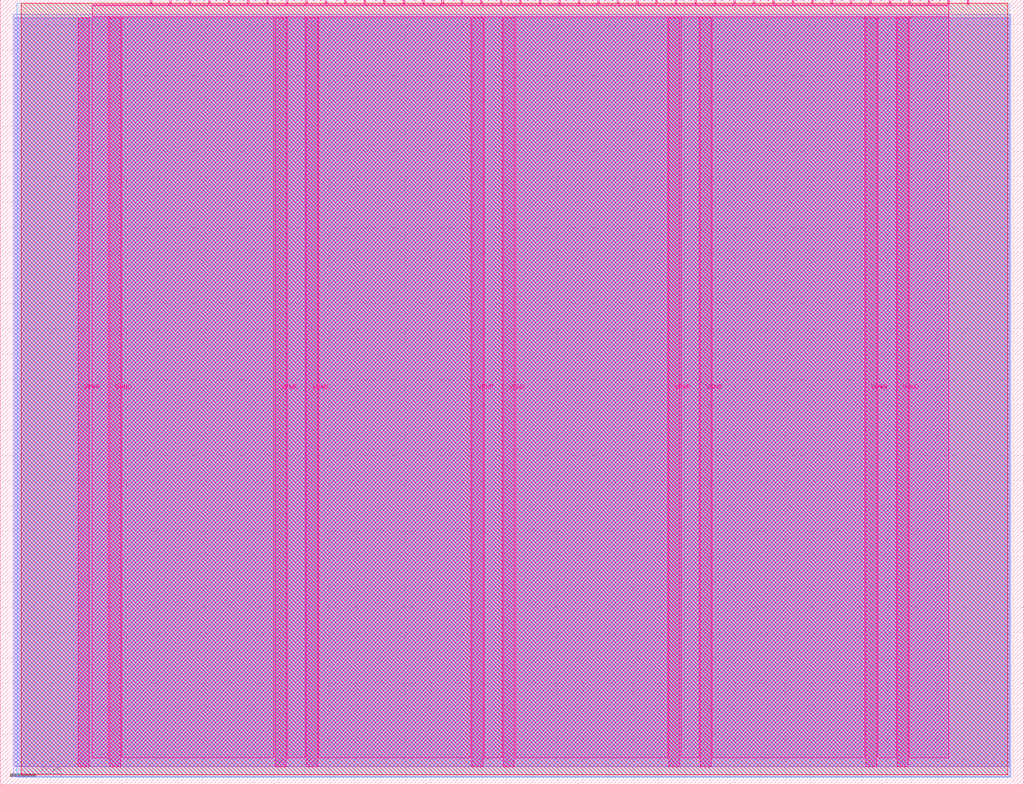
<source format=lef>
VERSION 5.7 ;
  NOWIREEXTENSIONATPIN ON ;
  DIVIDERCHAR "/" ;
  BUSBITCHARS "[]" ;
MACRO tt_um_virantha_enigma
  CLASS BLOCK ;
  FOREIGN tt_um_virantha_enigma ;
  ORIGIN 0.000 0.000 ;
  SIZE 202.080 BY 154.980 ;
  PIN VGND
    DIRECTION INOUT ;
    USE GROUND ;
    PORT
      LAYER Metal5 ;
        RECT 21.580 3.560 23.780 151.420 ;
    END
    PORT
      LAYER Metal5 ;
        RECT 60.450 3.560 62.650 151.420 ;
    END
    PORT
      LAYER Metal5 ;
        RECT 99.320 3.560 101.520 151.420 ;
    END
    PORT
      LAYER Metal5 ;
        RECT 138.190 3.560 140.390 151.420 ;
    END
    PORT
      LAYER Metal5 ;
        RECT 177.060 3.560 179.260 151.420 ;
    END
  END VGND
  PIN VPWR
    DIRECTION INOUT ;
    USE POWER ;
    PORT
      LAYER Metal5 ;
        RECT 15.380 3.560 17.580 151.420 ;
    END
    PORT
      LAYER Metal5 ;
        RECT 54.250 3.560 56.450 151.420 ;
    END
    PORT
      LAYER Metal5 ;
        RECT 93.120 3.560 95.320 151.420 ;
    END
    PORT
      LAYER Metal5 ;
        RECT 131.990 3.560 134.190 151.420 ;
    END
    PORT
      LAYER Metal5 ;
        RECT 170.860 3.560 173.060 151.420 ;
    END
  END VPWR
  PIN clk
    DIRECTION INPUT ;
    USE SIGNAL ;
    ANTENNAGATEAREA 0.213200 ;
    PORT
      LAYER Metal5 ;
        RECT 187.050 153.980 187.350 154.980 ;
    END
  END clk
  PIN ena
    DIRECTION INPUT ;
    USE SIGNAL ;
    PORT
      LAYER Metal5 ;
        RECT 190.890 153.980 191.190 154.980 ;
    END
  END ena
  PIN rst_n
    DIRECTION INPUT ;
    USE SIGNAL ;
    ANTENNAGATEAREA 0.213200 ;
    PORT
      LAYER Metal5 ;
        RECT 183.210 153.980 183.510 154.980 ;
    END
  END rst_n
  PIN ui_in[0]
    DIRECTION INPUT ;
    USE SIGNAL ;
    ANTENNAGATEAREA 0.180700 ;
    PORT
      LAYER Metal5 ;
        RECT 179.370 153.980 179.670 154.980 ;
    END
  END ui_in[0]
  PIN ui_in[1]
    DIRECTION INPUT ;
    USE SIGNAL ;
    ANTENNAGATEAREA 0.213200 ;
    PORT
      LAYER Metal5 ;
        RECT 175.530 153.980 175.830 154.980 ;
    END
  END ui_in[1]
  PIN ui_in[2]
    DIRECTION INPUT ;
    USE SIGNAL ;
    ANTENNAGATEAREA 0.213200 ;
    PORT
      LAYER Metal5 ;
        RECT 171.690 153.980 171.990 154.980 ;
    END
  END ui_in[2]
  PIN ui_in[3]
    DIRECTION INPUT ;
    USE SIGNAL ;
    ANTENNAGATEAREA 0.213200 ;
    PORT
      LAYER Metal5 ;
        RECT 167.850 153.980 168.150 154.980 ;
    END
  END ui_in[3]
  PIN ui_in[4]
    DIRECTION INPUT ;
    USE SIGNAL ;
    ANTENNAGATEAREA 0.639600 ;
    PORT
      LAYER Metal5 ;
        RECT 164.010 153.980 164.310 154.980 ;
    END
  END ui_in[4]
  PIN ui_in[5]
    DIRECTION INPUT ;
    USE SIGNAL ;
    ANTENNAGATEAREA 0.213200 ;
    PORT
      LAYER Metal5 ;
        RECT 160.170 153.980 160.470 154.980 ;
    END
  END ui_in[5]
  PIN ui_in[6]
    DIRECTION INPUT ;
    USE SIGNAL ;
    ANTENNAGATEAREA 0.180700 ;
    PORT
      LAYER Metal5 ;
        RECT 156.330 153.980 156.630 154.980 ;
    END
  END ui_in[6]
  PIN ui_in[7]
    DIRECTION INPUT ;
    USE SIGNAL ;
    ANTENNAGATEAREA 0.213200 ;
    PORT
      LAYER Metal5 ;
        RECT 152.490 153.980 152.790 154.980 ;
    END
  END ui_in[7]
  PIN uio_in[0]
    DIRECTION INPUT ;
    USE SIGNAL ;
    PORT
      LAYER Metal5 ;
        RECT 148.650 153.980 148.950 154.980 ;
    END
  END uio_in[0]
  PIN uio_in[1]
    DIRECTION INPUT ;
    USE SIGNAL ;
    PORT
      LAYER Metal5 ;
        RECT 144.810 153.980 145.110 154.980 ;
    END
  END uio_in[1]
  PIN uio_in[2]
    DIRECTION INPUT ;
    USE SIGNAL ;
    PORT
      LAYER Metal5 ;
        RECT 140.970 153.980 141.270 154.980 ;
    END
  END uio_in[2]
  PIN uio_in[3]
    DIRECTION INPUT ;
    USE SIGNAL ;
    PORT
      LAYER Metal5 ;
        RECT 137.130 153.980 137.430 154.980 ;
    END
  END uio_in[3]
  PIN uio_in[4]
    DIRECTION INPUT ;
    USE SIGNAL ;
    PORT
      LAYER Metal5 ;
        RECT 133.290 153.980 133.590 154.980 ;
    END
  END uio_in[4]
  PIN uio_in[5]
    DIRECTION INPUT ;
    USE SIGNAL ;
    PORT
      LAYER Metal5 ;
        RECT 129.450 153.980 129.750 154.980 ;
    END
  END uio_in[5]
  PIN uio_in[6]
    DIRECTION INPUT ;
    USE SIGNAL ;
    PORT
      LAYER Metal5 ;
        RECT 125.610 153.980 125.910 154.980 ;
    END
  END uio_in[6]
  PIN uio_in[7]
    DIRECTION INPUT ;
    USE SIGNAL ;
    PORT
      LAYER Metal5 ;
        RECT 121.770 153.980 122.070 154.980 ;
    END
  END uio_in[7]
  PIN uio_oe[0]
    DIRECTION OUTPUT ;
    USE SIGNAL ;
    ANTENNADIFFAREA 0.392700 ;
    PORT
      LAYER Metal5 ;
        RECT 56.490 153.980 56.790 154.980 ;
    END
  END uio_oe[0]
  PIN uio_oe[1]
    DIRECTION OUTPUT ;
    USE SIGNAL ;
    ANTENNADIFFAREA 0.392700 ;
    PORT
      LAYER Metal5 ;
        RECT 52.650 153.980 52.950 154.980 ;
    END
  END uio_oe[1]
  PIN uio_oe[2]
    DIRECTION OUTPUT ;
    USE SIGNAL ;
    ANTENNADIFFAREA 0.392700 ;
    PORT
      LAYER Metal5 ;
        RECT 48.810 153.980 49.110 154.980 ;
    END
  END uio_oe[2]
  PIN uio_oe[3]
    DIRECTION OUTPUT ;
    USE SIGNAL ;
    ANTENNADIFFAREA 0.392700 ;
    PORT
      LAYER Metal5 ;
        RECT 44.970 153.980 45.270 154.980 ;
    END
  END uio_oe[3]
  PIN uio_oe[4]
    DIRECTION OUTPUT ;
    USE SIGNAL ;
    ANTENNADIFFAREA 0.392700 ;
    PORT
      LAYER Metal5 ;
        RECT 41.130 153.980 41.430 154.980 ;
    END
  END uio_oe[4]
  PIN uio_oe[5]
    DIRECTION OUTPUT ;
    USE SIGNAL ;
    ANTENNADIFFAREA 0.392700 ;
    PORT
      LAYER Metal5 ;
        RECT 37.290 153.980 37.590 154.980 ;
    END
  END uio_oe[5]
  PIN uio_oe[6]
    DIRECTION OUTPUT ;
    USE SIGNAL ;
    ANTENNADIFFAREA 0.392700 ;
    PORT
      LAYER Metal5 ;
        RECT 33.450 153.980 33.750 154.980 ;
    END
  END uio_oe[6]
  PIN uio_oe[7]
    DIRECTION OUTPUT ;
    USE SIGNAL ;
    ANTENNADIFFAREA 0.392700 ;
    PORT
      LAYER Metal5 ;
        RECT 29.610 153.980 29.910 154.980 ;
    END
  END uio_oe[7]
  PIN uio_out[0]
    DIRECTION OUTPUT ;
    USE SIGNAL ;
    ANTENNAGATEAREA 1.808100 ;
    ANTENNADIFFAREA 1.413600 ;
    PORT
      LAYER Metal5 ;
        RECT 87.210 153.980 87.510 154.980 ;
    END
  END uio_out[0]
  PIN uio_out[1]
    DIRECTION OUTPUT ;
    USE SIGNAL ;
    ANTENNAGATEAREA 1.558200 ;
    ANTENNADIFFAREA 0.706800 ;
    PORT
      LAYER Metal5 ;
        RECT 83.370 153.980 83.670 154.980 ;
    END
  END uio_out[1]
  PIN uio_out[2]
    DIRECTION OUTPUT ;
    USE SIGNAL ;
    ANTENNAGATEAREA 0.696800 ;
    ANTENNADIFFAREA 0.706800 ;
    PORT
      LAYER Metal5 ;
        RECT 79.530 153.980 79.830 154.980 ;
    END
  END uio_out[2]
  PIN uio_out[3]
    DIRECTION OUTPUT ;
    USE SIGNAL ;
    ANTENNAGATEAREA 0.213200 ;
    ANTENNADIFFAREA 0.632400 ;
    PORT
      LAYER Metal5 ;
        RECT 75.690 153.980 75.990 154.980 ;
    END
  END uio_out[3]
  PIN uio_out[4]
    DIRECTION OUTPUT ;
    USE SIGNAL ;
    ANTENNAGATEAREA 0.935500 ;
    ANTENNADIFFAREA 0.706800 ;
    PORT
      LAYER Metal5 ;
        RECT 71.850 153.980 72.150 154.980 ;
    END
  END uio_out[4]
  PIN uio_out[5]
    DIRECTION OUTPUT ;
    USE SIGNAL ;
    ANTENNADIFFAREA 0.654800 ;
    PORT
      LAYER Metal5 ;
        RECT 68.010 153.980 68.310 154.980 ;
    END
  END uio_out[5]
  PIN uio_out[6]
    DIRECTION OUTPUT ;
    USE SIGNAL ;
    ANTENNADIFFAREA 0.299200 ;
    PORT
      LAYER Metal5 ;
        RECT 64.170 153.980 64.470 154.980 ;
    END
  END uio_out[6]
  PIN uio_out[7]
    DIRECTION OUTPUT ;
    USE SIGNAL ;
    ANTENNADIFFAREA 0.299200 ;
    PORT
      LAYER Metal5 ;
        RECT 60.330 153.980 60.630 154.980 ;
    END
  END uio_out[7]
  PIN uo_out[0]
    DIRECTION OUTPUT ;
    USE SIGNAL ;
    ANTENNADIFFAREA 0.677200 ;
    PORT
      LAYER Metal5 ;
        RECT 117.930 153.980 118.230 154.980 ;
    END
  END uo_out[0]
  PIN uo_out[1]
    DIRECTION OUTPUT ;
    USE SIGNAL ;
    ANTENNADIFFAREA 1.135700 ;
    PORT
      LAYER Metal5 ;
        RECT 114.090 153.980 114.390 154.980 ;
    END
  END uo_out[1]
  PIN uo_out[2]
    DIRECTION OUTPUT ;
    USE SIGNAL ;
    ANTENNADIFFAREA 1.135600 ;
    PORT
      LAYER Metal5 ;
        RECT 110.250 153.980 110.550 154.980 ;
    END
  END uo_out[2]
  PIN uo_out[3]
    DIRECTION OUTPUT ;
    USE SIGNAL ;
    ANTENNADIFFAREA 0.677200 ;
    PORT
      LAYER Metal5 ;
        RECT 106.410 153.980 106.710 154.980 ;
    END
  END uo_out[3]
  PIN uo_out[4]
    DIRECTION OUTPUT ;
    USE SIGNAL ;
    ANTENNADIFFAREA 0.615900 ;
    PORT
      LAYER Metal5 ;
        RECT 102.570 153.980 102.870 154.980 ;
    END
  END uo_out[4]
  PIN uo_out[5]
    DIRECTION OUTPUT ;
    USE SIGNAL ;
    ANTENNADIFFAREA 0.988000 ;
    PORT
      LAYER Metal5 ;
        RECT 98.730 153.980 99.030 154.980 ;
    END
  END uo_out[5]
  PIN uo_out[6]
    DIRECTION OUTPUT ;
    USE SIGNAL ;
    ANTENNADIFFAREA 0.615900 ;
    PORT
      LAYER Metal5 ;
        RECT 94.890 153.980 95.190 154.980 ;
    END
  END uo_out[6]
  PIN uo_out[7]
    DIRECTION OUTPUT ;
    USE SIGNAL ;
    ANTENNADIFFAREA 0.299200 ;
    PORT
      LAYER Metal5 ;
        RECT 91.050 153.980 91.350 154.980 ;
    END
  END uo_out[7]
  OBS
      LAYER GatPoly ;
        RECT 2.880 3.630 199.200 151.350 ;
      LAYER Metal1 ;
        RECT 2.880 3.560 199.200 151.420 ;
      LAYER Metal2 ;
        RECT 2.605 1.580 199.475 152.140 ;
      LAYER Metal3 ;
        RECT 3.260 1.525 199.300 154.285 ;
      LAYER Metal4 ;
        RECT 4.175 2.000 198.865 154.240 ;
      LAYER Metal5 ;
        RECT 18.140 153.770 29.400 153.980 ;
        RECT 30.120 153.770 33.240 153.980 ;
        RECT 33.960 153.770 37.080 153.980 ;
        RECT 37.800 153.770 40.920 153.980 ;
        RECT 41.640 153.770 44.760 153.980 ;
        RECT 45.480 153.770 48.600 153.980 ;
        RECT 49.320 153.770 52.440 153.980 ;
        RECT 53.160 153.770 56.280 153.980 ;
        RECT 57.000 153.770 60.120 153.980 ;
        RECT 60.840 153.770 63.960 153.980 ;
        RECT 64.680 153.770 67.800 153.980 ;
        RECT 68.520 153.770 71.640 153.980 ;
        RECT 72.360 153.770 75.480 153.980 ;
        RECT 76.200 153.770 79.320 153.980 ;
        RECT 80.040 153.770 83.160 153.980 ;
        RECT 83.880 153.770 87.000 153.980 ;
        RECT 87.720 153.770 90.840 153.980 ;
        RECT 91.560 153.770 94.680 153.980 ;
        RECT 95.400 153.770 98.520 153.980 ;
        RECT 99.240 153.770 102.360 153.980 ;
        RECT 103.080 153.770 106.200 153.980 ;
        RECT 106.920 153.770 110.040 153.980 ;
        RECT 110.760 153.770 113.880 153.980 ;
        RECT 114.600 153.770 117.720 153.980 ;
        RECT 118.440 153.770 121.560 153.980 ;
        RECT 122.280 153.770 125.400 153.980 ;
        RECT 126.120 153.770 129.240 153.980 ;
        RECT 129.960 153.770 133.080 153.980 ;
        RECT 133.800 153.770 136.920 153.980 ;
        RECT 137.640 153.770 140.760 153.980 ;
        RECT 141.480 153.770 144.600 153.980 ;
        RECT 145.320 153.770 148.440 153.980 ;
        RECT 149.160 153.770 152.280 153.980 ;
        RECT 153.000 153.770 156.120 153.980 ;
        RECT 156.840 153.770 159.960 153.980 ;
        RECT 160.680 153.770 163.800 153.980 ;
        RECT 164.520 153.770 167.640 153.980 ;
        RECT 168.360 153.770 171.480 153.980 ;
        RECT 172.200 153.770 175.320 153.980 ;
        RECT 176.040 153.770 179.160 153.980 ;
        RECT 179.880 153.770 183.000 153.980 ;
        RECT 183.720 153.770 186.840 153.980 ;
        RECT 18.140 151.630 187.300 153.770 ;
        RECT 18.140 5.315 21.370 151.630 ;
        RECT 23.990 5.315 54.040 151.630 ;
        RECT 56.660 5.315 60.240 151.630 ;
        RECT 62.860 5.315 92.910 151.630 ;
        RECT 95.530 5.315 99.110 151.630 ;
        RECT 101.730 5.315 131.780 151.630 ;
        RECT 134.400 5.315 137.980 151.630 ;
        RECT 140.600 5.315 170.650 151.630 ;
        RECT 173.270 5.315 176.850 151.630 ;
        RECT 179.470 5.315 187.300 151.630 ;
  END
END tt_um_virantha_enigma
END LIBRARY


</source>
